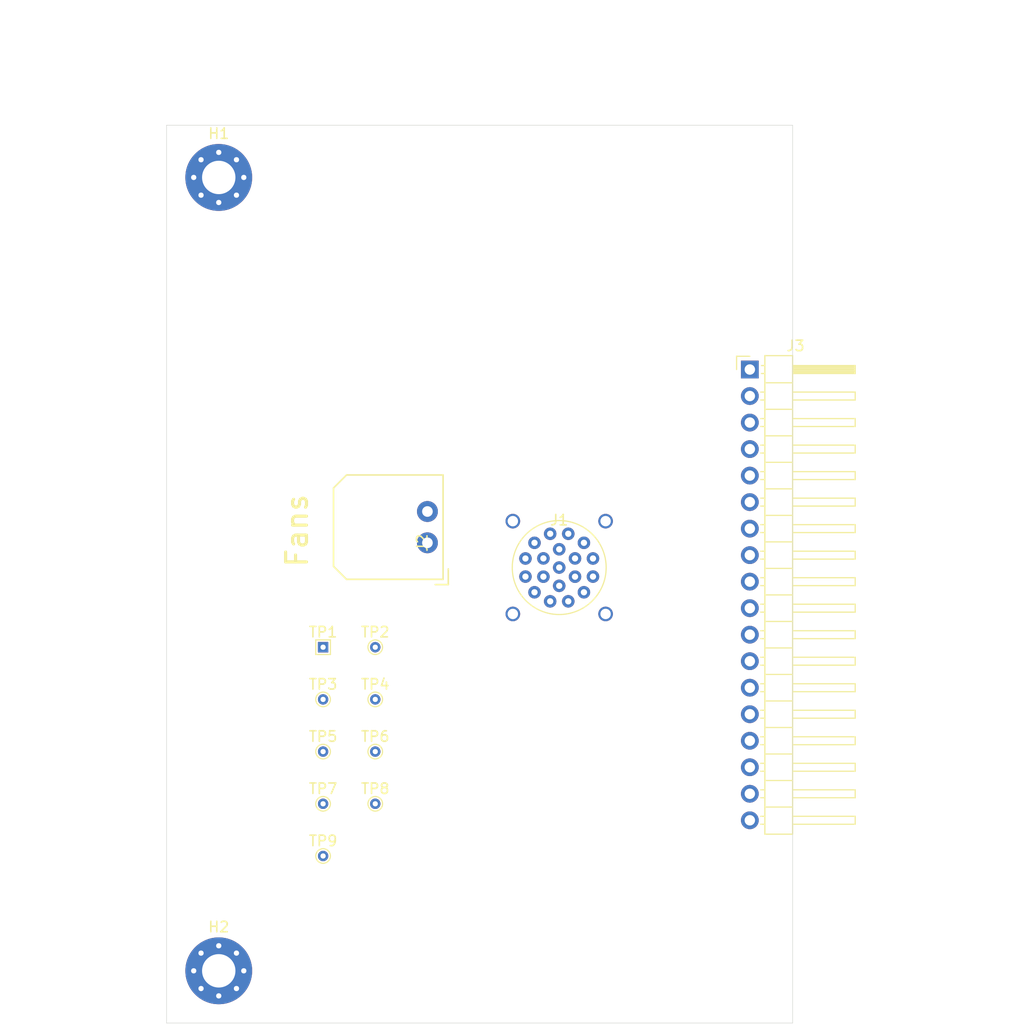
<source format=kicad_pcb>
(kicad_pcb (version 20171130) (host pcbnew "(5.1.6)-1")

  (general
    (thickness 1.6)
    (drawings 12)
    (tracks 0)
    (zones 0)
    (modules 14)
    (nets 20)
  )

  (page A4)
  (layers
    (0 F.Cu signal)
    (31 B.Cu signal)
    (32 B.Adhes user)
    (33 F.Adhes user)
    (34 B.Paste user)
    (35 F.Paste user)
    (36 B.SilkS user)
    (37 F.SilkS user)
    (38 B.Mask user)
    (39 F.Mask user)
    (40 Dwgs.User user)
    (41 Cmts.User user)
    (42 Eco1.User user)
    (43 Eco2.User user)
    (44 Edge.Cuts user)
    (45 Margin user)
    (46 B.CrtYd user)
    (47 F.CrtYd user)
    (48 B.Fab user)
    (49 F.Fab user)
  )

  (setup
    (last_trace_width 0.25)
    (user_trace_width 0.2)
    (user_trace_width 0.5)
    (trace_clearance 0.1)
    (zone_clearance 0.508)
    (zone_45_only no)
    (trace_min 0.2)
    (via_size 0.8)
    (via_drill 0.4)
    (via_min_size 0.4)
    (via_min_drill 0.3)
    (uvia_size 0.3)
    (uvia_drill 0.1)
    (uvias_allowed no)
    (uvia_min_size 0.2)
    (uvia_min_drill 0.1)
    (edge_width 0.05)
    (segment_width 0.2)
    (pcb_text_width 0.3)
    (pcb_text_size 1.5 1.5)
    (mod_edge_width 0.12)
    (mod_text_size 1 1)
    (mod_text_width 0.15)
    (pad_size 1.524 1.524)
    (pad_drill 0.762)
    (pad_to_mask_clearance 0.05)
    (aux_axis_origin 0 0)
    (visible_elements 7FFFFFFF)
    (pcbplotparams
      (layerselection 0x010fc_ffffffff)
      (usegerberextensions false)
      (usegerberattributes true)
      (usegerberadvancedattributes true)
      (creategerberjobfile true)
      (excludeedgelayer true)
      (linewidth 0.100000)
      (plotframeref false)
      (viasonmask false)
      (mode 1)
      (useauxorigin false)
      (hpglpennumber 1)
      (hpglpenspeed 20)
      (hpglpendiameter 15.000000)
      (psnegative false)
      (psa4output false)
      (plotreference true)
      (plotvalue true)
      (plotinvisibletext false)
      (padsonsilk false)
      (subtractmaskfromsilk false)
      (outputformat 1)
      (mirror false)
      (drillshape 1)
      (scaleselection 1)
      (outputdirectory ""))
  )

  (net 0 "")
  (net 1 /+24V)
  (net 2 /SC_BSPD_IMD)
  (net 3 /SC_TSMS_precharge)
  (net 4 /reset)
  (net 5 /CAN1_H)
  (net 6 /CAN1_L)
  (net 7 /CAN2_H)
  (net 8 /CAN2_L)
  (net 9 /SC_AMS_TBD)
  (net 10 /relays_open+)
  (net 11 /relays_open-)
  (net 12 /TS_state_accumulator+)
  (net 13 /TS_state_accumulator-)
  (net 14 /GND)
  (net 15 /AUX1)
  (net 16 /AUX2)
  (net 17 /AUX3)
  (net 18 /supply_fans)
  (net 19 /GND_fans)

  (net_class Default "This is the default net class."
    (clearance 0.1)
    (trace_width 0.25)
    (via_dia 0.8)
    (via_drill 0.4)
    (uvia_dia 0.3)
    (uvia_drill 0.1)
    (add_net /AUX1)
    (add_net /AUX2)
    (add_net /AUX3)
    (add_net /CAN1_H)
    (add_net /CAN1_L)
    (add_net /CAN2_H)
    (add_net /CAN2_L)
    (add_net /GND)
    (add_net /GND_fans)
    (add_net /SC_AMS_TBD)
    (add_net /SC_BSPD_IMD)
    (add_net /SC_TSMS_precharge)
    (add_net /TS_state_accumulator+)
    (add_net /TS_state_accumulator-)
    (add_net /relays_open+)
    (add_net /relays_open-)
    (add_net /reset)
    (add_net /supply_fans)
  )

  (net_class Power ""
    (clearance 0.2)
    (trace_width 0.5)
    (via_dia 0.8)
    (via_drill 0.4)
    (uvia_dia 0.3)
    (uvia_drill 0.1)
    (add_net /+24V)
  )

  (module KTHFS:HEN.2F.319 (layer F.Cu) (tedit 5F60C81C) (tstamp 5F6634CF)
    (at 117.631193 92.368807)
    (path /5F67507C)
    (fp_text reference J1 (at 0 -4.545) (layer F.SilkS)
      (effects (font (size 1 1) (thickness 0.15)))
    )
    (fp_text value Conn_01x19_Male (at 0 4.545) (layer F.Fab)
      (effects (font (size 1 1) (thickness 0.15)))
    )
    (fp_circle (center 0 0) (end 0 4.5) (layer F.Fab) (width 0.1))
    (fp_circle (center 0 0) (end 0 4.5) (layer F.SilkS) (width 0.12))
    (fp_circle (center 0 0) (end 0 4.5) (layer F.CrtYd) (width 0.05))
    (pad 1 thru_hole oval (at 0.867043 -3.235851) (size 1.2 1.2) (drill 0.6) (layers *.Cu *.Mask)
      (net 1 /+24V))
    (pad 2 thru_hole oval (at 2.368807 -2.368807) (size 1.2 1.2) (drill 0.6) (layers *.Cu *.Mask)
      (net 2 /SC_BSPD_IMD))
    (pad 3 thru_hole oval (at 3.235851 -0.867043) (size 1.2 1.2) (drill 0.6) (layers *.Cu *.Mask)
      (net 3 /SC_TSMS_precharge))
    (pad 4 thru_hole oval (at 3.235851 0.867043) (size 1.2 1.2) (drill 0.6) (layers *.Cu *.Mask)
      (net 4 /reset))
    (pad 5 thru_hole oval (at 2.368807 2.368807) (size 1.2 1.2) (drill 0.6) (layers *.Cu *.Mask)
      (net 5 /CAN1_H))
    (pad 6 thru_hole oval (at 0.867043 3.235851) (size 1.2 1.2) (drill 0.6) (layers *.Cu *.Mask)
      (net 6 /CAN1_L))
    (pad 7 thru_hole oval (at -0.867043 3.235851) (size 1.2 1.2) (drill 0.6) (layers *.Cu *.Mask)
      (net 7 /CAN2_H))
    (pad 8 thru_hole oval (at -2.368807 2.368807) (size 1.2 1.2) (drill 0.6) (layers *.Cu *.Mask)
      (net 8 /CAN2_L))
    (pad 9 thru_hole oval (at -3.235851 0.867043) (size 1.2 1.2) (drill 0.6) (layers *.Cu *.Mask)
      (net 9 /SC_AMS_TBD))
    (pad 10 thru_hole oval (at -3.235851 -0.867043) (size 1.2 1.2) (drill 0.6) (layers *.Cu *.Mask)
      (net 10 /relays_open+))
    (pad 11 thru_hole oval (at -2.368807 -2.368807) (size 1.2 1.2) (drill 0.6) (layers *.Cu *.Mask)
      (net 11 /relays_open-))
    (pad 12 thru_hole oval (at -0.867043 -3.235851) (size 1.2 1.2) (drill 0.6) (layers *.Cu *.Mask)
      (net 12 /TS_state_accumulator+))
    (pad 13 thru_hole oval (at 0 -1.75) (size 1.2 1.2) (drill 0.6) (layers *.Cu *.Mask)
      (net 13 /TS_state_accumulator-))
    (pad 14 thru_hole oval (at 1.515544 -0.875) (size 1.2 1.2) (drill 0.6) (layers *.Cu *.Mask)
      (net 15 /AUX1))
    (pad 15 thru_hole oval (at 1.515544 0.874999) (size 1.2 1.2) (drill 0.6) (layers *.Cu *.Mask)
      (net 16 /AUX2))
    (pad 16 thru_hole oval (at 0 1.75) (size 1.2 1.2) (drill 0.6) (layers *.Cu *.Mask)
      (net 17 /AUX3))
    (pad 17 thru_hole oval (at -1.515544 0.875) (size 1.2 1.2) (drill 0.6) (layers *.Cu *.Mask)
      (net 18 /supply_fans))
    (pad 18 thru_hole oval (at -1.515544 -0.875) (size 1.2 1.2) (drill 0.6) (layers *.Cu *.Mask)
      (net 19 /GND_fans))
    (pad 19 thru_hole oval (at 0 0) (size 1.2 1.2) (drill 0.6) (layers *.Cu *.Mask)
      (net 14 /GND))
    (pad "" thru_hole circle (at 4.445 4.445) (size 1.4 1.4) (drill 1) (layers *.Cu *.Mask))
    (pad "" thru_hole circle (at 4.445 -4.445) (size 1.4 1.4) (drill 1) (layers *.Cu *.Mask))
    (pad "" thru_hole circle (at -4.445 4.445) (size 1.4 1.4) (drill 1) (layers *.Cu *.Mask))
    (pad "" thru_hole circle (at -4.445 -4.445) (size 1.4 1.4) (drill 1) (layers *.Cu *.Mask))
    (model ${KICAD_INFRASTRUCTURE}/libraries/3dmodels/HEN.2F.319.stp
      (offset (xyz 0 0 -19.5))
      (scale (xyz 1 1 1))
      (rotate (xyz -0 -90 0))
    )
  )

  (module TestPoint:TestPoint_THTPad_1.0x1.0mm_Drill0.5mm (layer F.Cu) (tedit 5A0F774F) (tstamp 5F6636E6)
    (at 95 100)
    (descr "THT rectangular pad as test Point, square 1.0mm side length, hole diameter 0.5mm")
    (tags "test point THT pad rectangle square")
    (path /5F6C9D35)
    (attr virtual)
    (fp_text reference TP1 (at 0 -1.448) (layer F.SilkS)
      (effects (font (size 1 1) (thickness 0.15)))
    )
    (fp_text value TestPoint (at 0 1.55) (layer F.Fab)
      (effects (font (size 1 1) (thickness 0.15)))
    )
    (fp_line (start -0.7 -0.7) (end 0.7 -0.7) (layer F.SilkS) (width 0.12))
    (fp_line (start 0.7 -0.7) (end 0.7 0.7) (layer F.SilkS) (width 0.12))
    (fp_line (start 0.7 0.7) (end -0.7 0.7) (layer F.SilkS) (width 0.12))
    (fp_line (start -0.7 0.7) (end -0.7 -0.7) (layer F.SilkS) (width 0.12))
    (fp_line (start -1 -1) (end 1 -1) (layer F.CrtYd) (width 0.05))
    (fp_line (start -1 -1) (end -1 1) (layer F.CrtYd) (width 0.05))
    (fp_line (start 1 1) (end 1 -1) (layer F.CrtYd) (width 0.05))
    (fp_line (start 1 1) (end -1 1) (layer F.CrtYd) (width 0.05))
    (fp_text user %R (at 0 -1.45) (layer F.Fab)
      (effects (font (size 1 1) (thickness 0.15)))
    )
    (pad 1 thru_hole rect (at 0 0) (size 1 1) (drill 0.5) (layers *.Cu *.Mask)
      (net 1 /+24V))
  )

  (module TestPoint:TestPoint_THTPad_D1.0mm_Drill0.5mm (layer F.Cu) (tedit 5A0F774F) (tstamp 5F6636EE)
    (at 100 100)
    (descr "THT pad as test Point, diameter 1.0mm, hole diameter 0.5mm")
    (tags "test point THT pad")
    (path /5F6C7D41)
    (attr virtual)
    (fp_text reference TP2 (at 0 -1.448) (layer F.SilkS)
      (effects (font (size 1 1) (thickness 0.15)))
    )
    (fp_text value TestPoint (at 0 -2.9) (layer F.Fab)
      (effects (font (size 1 1) (thickness 0.15)))
    )
    (fp_circle (center 0 0) (end 0 0.7) (layer F.SilkS) (width 0.12))
    (fp_circle (center 0 0) (end 1 0) (layer F.CrtYd) (width 0.05))
    (fp_text user %R (at 0 -1.45) (layer F.Fab)
      (effects (font (size 1 1) (thickness 0.15)))
    )
    (pad 1 thru_hole circle (at 0 0) (size 1 1) (drill 0.5) (layers *.Cu *.Mask)
      (net 15 /AUX1))
  )

  (module TestPoint:TestPoint_THTPad_D1.0mm_Drill0.5mm (layer F.Cu) (tedit 5A0F774F) (tstamp 5F6636F6)
    (at 95 105)
    (descr "THT pad as test Point, diameter 1.0mm, hole diameter 0.5mm")
    (tags "test point THT pad")
    (path /5F6C920D)
    (attr virtual)
    (fp_text reference TP3 (at 0 -1.448) (layer F.SilkS)
      (effects (font (size 1 1) (thickness 0.15)))
    )
    (fp_text value TestPoint (at 0 1.55) (layer F.Fab)
      (effects (font (size 1 1) (thickness 0.15)))
    )
    (fp_circle (center 0 0) (end 1 0) (layer F.CrtYd) (width 0.05))
    (fp_circle (center 0 0) (end 0 0.7) (layer F.SilkS) (width 0.12))
    (fp_text user %R (at 0 -1.45) (layer F.Fab)
      (effects (font (size 1 1) (thickness 0.15)))
    )
    (pad 1 thru_hole circle (at 0 0) (size 1 1) (drill 0.5) (layers *.Cu *.Mask)
      (net 16 /AUX2))
  )

  (module TestPoint:TestPoint_THTPad_D1.0mm_Drill0.5mm (layer F.Cu) (tedit 5A0F774F) (tstamp 5F6636FE)
    (at 100 105)
    (descr "THT pad as test Point, diameter 1.0mm, hole diameter 0.5mm")
    (tags "test point THT pad")
    (path /5F6C96E7)
    (attr virtual)
    (fp_text reference TP4 (at 0 -1.448) (layer F.SilkS)
      (effects (font (size 1 1) (thickness 0.15)))
    )
    (fp_text value TestPoint (at 0 1.55) (layer F.Fab)
      (effects (font (size 1 1) (thickness 0.15)))
    )
    (fp_circle (center 0 0) (end 0 0.7) (layer F.SilkS) (width 0.12))
    (fp_circle (center 0 0) (end 1 0) (layer F.CrtYd) (width 0.05))
    (fp_text user %R (at 0 -1.45) (layer F.Fab)
      (effects (font (size 1 1) (thickness 0.15)))
    )
    (pad 1 thru_hole circle (at 0 0) (size 1 1) (drill 0.5) (layers *.Cu *.Mask)
      (net 17 /AUX3))
  )

  (module TestPoint:TestPoint_THTPad_D1.0mm_Drill0.5mm (layer F.Cu) (tedit 5A0F774F) (tstamp 5F784B4D)
    (at 100 110)
    (descr "THT pad as test Point, diameter 1.0mm, hole diameter 0.5mm")
    (tags "test point THT pad")
    (path /5F6E33EA)
    (attr virtual)
    (fp_text reference TP6 (at 0 -1.448) (layer F.SilkS)
      (effects (font (size 1 1) (thickness 0.15)))
    )
    (fp_text value TestPoint (at 0 1.55) (layer F.Fab)
      (effects (font (size 1 1) (thickness 0.15)))
    )
    (fp_circle (center 0 0) (end 0 0.7) (layer F.SilkS) (width 0.12))
    (fp_circle (center 0 0) (end 1 0) (layer F.CrtYd) (width 0.05))
    (fp_text user %R (at 0 -1.45) (layer F.Fab)
      (effects (font (size 1 1) (thickness 0.15)))
    )
    (pad 1 thru_hole circle (at 0 0) (size 1 1) (drill 0.5) (layers *.Cu *.Mask)
      (net 5 /CAN1_H))
  )

  (module TestPoint:TestPoint_THTPad_D1.0mm_Drill0.5mm (layer F.Cu) (tedit 5A0F774F) (tstamp 5F663716)
    (at 95 115)
    (descr "THT pad as test Point, diameter 1.0mm, hole diameter 0.5mm")
    (tags "test point THT pad")
    (path /5F6E33F0)
    (attr virtual)
    (fp_text reference TP7 (at 0 -1.448) (layer F.SilkS)
      (effects (font (size 1 1) (thickness 0.15)))
    )
    (fp_text value TestPoint (at 0 1.55) (layer F.Fab)
      (effects (font (size 1 1) (thickness 0.15)))
    )
    (fp_circle (center 0 0) (end 1 0) (layer F.CrtYd) (width 0.05))
    (fp_circle (center 0 0) (end 0 0.7) (layer F.SilkS) (width 0.12))
    (fp_text user %R (at 0 -1.45) (layer F.Fab)
      (effects (font (size 1 1) (thickness 0.15)))
    )
    (pad 1 thru_hole circle (at 0 0) (size 1 1) (drill 0.5) (layers *.Cu *.Mask)
      (net 6 /CAN1_L))
  )

  (module TestPoint:TestPoint_THTPad_D1.0mm_Drill0.5mm (layer F.Cu) (tedit 5A0F774F) (tstamp 5F66371E)
    (at 100 115)
    (descr "THT pad as test Point, diameter 1.0mm, hole diameter 0.5mm")
    (tags "test point THT pad")
    (path /5F6E33F6)
    (attr virtual)
    (fp_text reference TP8 (at 0 -1.448) (layer F.SilkS)
      (effects (font (size 1 1) (thickness 0.15)))
    )
    (fp_text value TestPoint (at 0 1.55) (layer F.Fab)
      (effects (font (size 1 1) (thickness 0.15)))
    )
    (fp_circle (center 0 0) (end 1 0) (layer F.CrtYd) (width 0.05))
    (fp_circle (center 0 0) (end 0 0.7) (layer F.SilkS) (width 0.12))
    (fp_text user %R (at 0 -1.45) (layer F.Fab)
      (effects (font (size 1 1) (thickness 0.15)))
    )
    (pad 1 thru_hole circle (at 0 0) (size 1 1) (drill 0.5) (layers *.Cu *.Mask)
      (net 7 /CAN2_H))
  )

  (module TestPoint:TestPoint_THTPad_D1.0mm_Drill0.5mm (layer F.Cu) (tedit 5A0F774F) (tstamp 5F663726)
    (at 95 120)
    (descr "THT pad as test Point, diameter 1.0mm, hole diameter 0.5mm")
    (tags "test point THT pad")
    (path /5F6E33FC)
    (attr virtual)
    (fp_text reference TP9 (at 0 -1.448) (layer F.SilkS)
      (effects (font (size 1 1) (thickness 0.15)))
    )
    (fp_text value TestPoint (at 0 1.55) (layer F.Fab)
      (effects (font (size 1 1) (thickness 0.15)))
    )
    (fp_circle (center 0 0) (end 0 0.7) (layer F.SilkS) (width 0.12))
    (fp_circle (center 0 0) (end 1 0) (layer F.CrtYd) (width 0.05))
    (fp_text user %R (at 0 -1.45) (layer F.Fab)
      (effects (font (size 1 1) (thickness 0.15)))
    )
    (pad 1 thru_hole circle (at 0 0) (size 1 1) (drill 0.5) (layers *.Cu *.Mask)
      (net 8 /CAN2_L))
  )

  (module MountingHole:MountingHole_3.2mm_M3_Pad_Via (layer F.Cu) (tedit 56DDBCCA) (tstamp 5F661D2F)
    (at 85 55)
    (descr "Mounting Hole 3.2mm, M3")
    (tags "mounting hole 3.2mm m3")
    (path /5F682113)
    (attr virtual)
    (fp_text reference H1 (at 0 -4.2) (layer F.SilkS)
      (effects (font (size 1 1) (thickness 0.15)))
    )
    (fp_text value MountingHole_Pad (at 0 4.2) (layer F.Fab)
      (effects (font (size 1 1) (thickness 0.15)))
    )
    (fp_circle (center 0 0) (end 3.2 0) (layer Cmts.User) (width 0.15))
    (fp_circle (center 0 0) (end 3.45 0) (layer F.CrtYd) (width 0.05))
    (fp_text user %R (at 0.3 0) (layer F.Fab)
      (effects (font (size 1 1) (thickness 0.15)))
    )
    (pad 1 thru_hole circle (at 0 0) (size 6.4 6.4) (drill 3.2) (layers *.Cu *.Mask)
      (net 14 /GND))
    (pad 1 thru_hole circle (at 2.4 0) (size 0.8 0.8) (drill 0.5) (layers *.Cu *.Mask)
      (net 14 /GND))
    (pad 1 thru_hole circle (at 1.697056 1.697056) (size 0.8 0.8) (drill 0.5) (layers *.Cu *.Mask)
      (net 14 /GND))
    (pad 1 thru_hole circle (at 0 2.4) (size 0.8 0.8) (drill 0.5) (layers *.Cu *.Mask)
      (net 14 /GND))
    (pad 1 thru_hole circle (at -1.697056 1.697056) (size 0.8 0.8) (drill 0.5) (layers *.Cu *.Mask)
      (net 14 /GND))
    (pad 1 thru_hole circle (at -2.4 0) (size 0.8 0.8) (drill 0.5) (layers *.Cu *.Mask)
      (net 14 /GND))
    (pad 1 thru_hole circle (at -1.697056 -1.697056) (size 0.8 0.8) (drill 0.5) (layers *.Cu *.Mask)
      (net 14 /GND))
    (pad 1 thru_hole circle (at 0 -2.4) (size 0.8 0.8) (drill 0.5) (layers *.Cu *.Mask)
      (net 14 /GND))
    (pad 1 thru_hole circle (at 1.697056 -1.697056) (size 0.8 0.8) (drill 0.5) (layers *.Cu *.Mask)
      (net 14 /GND))
  )

  (module MountingHole:MountingHole_3.2mm_M3_Pad_Via locked (layer F.Cu) (tedit 56DDBCCA) (tstamp 5F661D3F)
    (at 85 131)
    (descr "Mounting Hole 3.2mm, M3")
    (tags "mounting hole 3.2mm m3")
    (path /5F683118)
    (attr virtual)
    (fp_text reference H2 (at 0 -4.2) (layer F.SilkS)
      (effects (font (size 1 1) (thickness 0.15)))
    )
    (fp_text value MountingHole_Pad (at 0 4.2) (layer F.Fab)
      (effects (font (size 1 1) (thickness 0.15)))
    )
    (fp_circle (center 0 0) (end 3.45 0) (layer F.CrtYd) (width 0.05))
    (fp_circle (center 0 0) (end 3.2 0) (layer Cmts.User) (width 0.15))
    (fp_text user %R (at 0.3 0) (layer F.Fab)
      (effects (font (size 1 1) (thickness 0.15)))
    )
    (pad 1 thru_hole circle (at 1.697056 -1.697056) (size 0.8 0.8) (drill 0.5) (layers *.Cu *.Mask)
      (net 14 /GND))
    (pad 1 thru_hole circle (at 0 -2.4) (size 0.8 0.8) (drill 0.5) (layers *.Cu *.Mask)
      (net 14 /GND))
    (pad 1 thru_hole circle (at -1.697056 -1.697056) (size 0.8 0.8) (drill 0.5) (layers *.Cu *.Mask)
      (net 14 /GND))
    (pad 1 thru_hole circle (at -2.4 0) (size 0.8 0.8) (drill 0.5) (layers *.Cu *.Mask)
      (net 14 /GND))
    (pad 1 thru_hole circle (at -1.697056 1.697056) (size 0.8 0.8) (drill 0.5) (layers *.Cu *.Mask)
      (net 14 /GND))
    (pad 1 thru_hole circle (at 0 2.4) (size 0.8 0.8) (drill 0.5) (layers *.Cu *.Mask)
      (net 14 /GND))
    (pad 1 thru_hole circle (at 1.697056 1.697056) (size 0.8 0.8) (drill 0.5) (layers *.Cu *.Mask)
      (net 14 /GND))
    (pad 1 thru_hole circle (at 2.4 0) (size 0.8 0.8) (drill 0.5) (layers *.Cu *.Mask)
      (net 14 /GND))
    (pad 1 thru_hole circle (at 0 0) (size 6.4 6.4) (drill 3.2) (layers *.Cu *.Mask)
      (net 14 /GND))
  )

  (module TestPoint:TestPoint_THTPad_D1.0mm_Drill0.5mm (layer F.Cu) (tedit 5A0F774F) (tstamp 5F6B4C7A)
    (at 95 110)
    (descr "THT pad as test Point, diameter 1.0mm, hole diameter 0.5mm")
    (tags "test point THT pad")
    (path /5F6C3917)
    (attr virtual)
    (fp_text reference TP5 (at 0 -1.448) (layer F.SilkS)
      (effects (font (size 1 1) (thickness 0.15)))
    )
    (fp_text value TestPoint (at 0 1.55) (layer F.Fab)
      (effects (font (size 1 1) (thickness 0.15)))
    )
    (fp_circle (center 0 0) (end 1 0) (layer F.CrtYd) (width 0.05))
    (fp_circle (center 0 0) (end 0 0.7) (layer F.SilkS) (width 0.12))
    (fp_text user %R (at 0 -1.45) (layer F.Fab)
      (effects (font (size 1 1) (thickness 0.15)))
    )
    (pad 1 thru_hole circle (at 0 0) (size 1 1) (drill 0.5) (layers *.Cu *.Mask)
      (net 14 /GND))
  )

  (module Connector_PinHeader_2.54mm:PinHeader_1x18_P2.54mm_Horizontal (layer F.Cu) (tedit 59FED5CB) (tstamp 5F79D217)
    (at 135.9 73.4)
    (descr "Through hole angled pin header, 1x18, 2.54mm pitch, 6mm pin length, single row")
    (tags "Through hole angled pin header THT 1x18 2.54mm single row")
    (path /5F780729)
    (fp_text reference J3 (at 4.385 -2.27) (layer F.SilkS)
      (effects (font (size 1 1) (thickness 0.15)))
    )
    (fp_text value Conn_01x18_Male (at 4.385 45.45) (layer F.Fab)
      (effects (font (size 1 1) (thickness 0.15)))
    )
    (fp_line (start 2.135 -1.27) (end 4.04 -1.27) (layer F.Fab) (width 0.1))
    (fp_line (start 4.04 -1.27) (end 4.04 44.45) (layer F.Fab) (width 0.1))
    (fp_line (start 4.04 44.45) (end 1.5 44.45) (layer F.Fab) (width 0.1))
    (fp_line (start 1.5 44.45) (end 1.5 -0.635) (layer F.Fab) (width 0.1))
    (fp_line (start 1.5 -0.635) (end 2.135 -1.27) (layer F.Fab) (width 0.1))
    (fp_line (start -0.32 -0.32) (end 1.5 -0.32) (layer F.Fab) (width 0.1))
    (fp_line (start -0.32 -0.32) (end -0.32 0.32) (layer F.Fab) (width 0.1))
    (fp_line (start -0.32 0.32) (end 1.5 0.32) (layer F.Fab) (width 0.1))
    (fp_line (start 4.04 -0.32) (end 10.04 -0.32) (layer F.Fab) (width 0.1))
    (fp_line (start 10.04 -0.32) (end 10.04 0.32) (layer F.Fab) (width 0.1))
    (fp_line (start 4.04 0.32) (end 10.04 0.32) (layer F.Fab) (width 0.1))
    (fp_line (start -0.32 2.22) (end 1.5 2.22) (layer F.Fab) (width 0.1))
    (fp_line (start -0.32 2.22) (end -0.32 2.86) (layer F.Fab) (width 0.1))
    (fp_line (start -0.32 2.86) (end 1.5 2.86) (layer F.Fab) (width 0.1))
    (fp_line (start 4.04 2.22) (end 10.04 2.22) (layer F.Fab) (width 0.1))
    (fp_line (start 10.04 2.22) (end 10.04 2.86) (layer F.Fab) (width 0.1))
    (fp_line (start 4.04 2.86) (end 10.04 2.86) (layer F.Fab) (width 0.1))
    (fp_line (start -0.32 4.76) (end 1.5 4.76) (layer F.Fab) (width 0.1))
    (fp_line (start -0.32 4.76) (end -0.32 5.4) (layer F.Fab) (width 0.1))
    (fp_line (start -0.32 5.4) (end 1.5 5.4) (layer F.Fab) (width 0.1))
    (fp_line (start 4.04 4.76) (end 10.04 4.76) (layer F.Fab) (width 0.1))
    (fp_line (start 10.04 4.76) (end 10.04 5.4) (layer F.Fab) (width 0.1))
    (fp_line (start 4.04 5.4) (end 10.04 5.4) (layer F.Fab) (width 0.1))
    (fp_line (start -0.32 7.3) (end 1.5 7.3) (layer F.Fab) (width 0.1))
    (fp_line (start -0.32 7.3) (end -0.32 7.94) (layer F.Fab) (width 0.1))
    (fp_line (start -0.32 7.94) (end 1.5 7.94) (layer F.Fab) (width 0.1))
    (fp_line (start 4.04 7.3) (end 10.04 7.3) (layer F.Fab) (width 0.1))
    (fp_line (start 10.04 7.3) (end 10.04 7.94) (layer F.Fab) (width 0.1))
    (fp_line (start 4.04 7.94) (end 10.04 7.94) (layer F.Fab) (width 0.1))
    (fp_line (start -0.32 9.84) (end 1.5 9.84) (layer F.Fab) (width 0.1))
    (fp_line (start -0.32 9.84) (end -0.32 10.48) (layer F.Fab) (width 0.1))
    (fp_line (start -0.32 10.48) (end 1.5 10.48) (layer F.Fab) (width 0.1))
    (fp_line (start 4.04 9.84) (end 10.04 9.84) (layer F.Fab) (width 0.1))
    (fp_line (start 10.04 9.84) (end 10.04 10.48) (layer F.Fab) (width 0.1))
    (fp_line (start 4.04 10.48) (end 10.04 10.48) (layer F.Fab) (width 0.1))
    (fp_line (start -0.32 12.38) (end 1.5 12.38) (layer F.Fab) (width 0.1))
    (fp_line (start -0.32 12.38) (end -0.32 13.02) (layer F.Fab) (width 0.1))
    (fp_line (start -0.32 13.02) (end 1.5 13.02) (layer F.Fab) (width 0.1))
    (fp_line (start 4.04 12.38) (end 10.04 12.38) (layer F.Fab) (width 0.1))
    (fp_line (start 10.04 12.38) (end 10.04 13.02) (layer F.Fab) (width 0.1))
    (fp_line (start 4.04 13.02) (end 10.04 13.02) (layer F.Fab) (width 0.1))
    (fp_line (start -0.32 14.92) (end 1.5 14.92) (layer F.Fab) (width 0.1))
    (fp_line (start -0.32 14.92) (end -0.32 15.56) (layer F.Fab) (width 0.1))
    (fp_line (start -0.32 15.56) (end 1.5 15.56) (layer F.Fab) (width 0.1))
    (fp_line (start 4.04 14.92) (end 10.04 14.92) (layer F.Fab) (width 0.1))
    (fp_line (start 10.04 14.92) (end 10.04 15.56) (layer F.Fab) (width 0.1))
    (fp_line (start 4.04 15.56) (end 10.04 15.56) (layer F.Fab) (width 0.1))
    (fp_line (start -0.32 17.46) (end 1.5 17.46) (layer F.Fab) (width 0.1))
    (fp_line (start -0.32 17.46) (end -0.32 18.1) (layer F.Fab) (width 0.1))
    (fp_line (start -0.32 18.1) (end 1.5 18.1) (layer F.Fab) (width 0.1))
    (fp_line (start 4.04 17.46) (end 10.04 17.46) (layer F.Fab) (width 0.1))
    (fp_line (start 10.04 17.46) (end 10.04 18.1) (layer F.Fab) (width 0.1))
    (fp_line (start 4.04 18.1) (end 10.04 18.1) (layer F.Fab) (width 0.1))
    (fp_line (start -0.32 20) (end 1.5 20) (layer F.Fab) (width 0.1))
    (fp_line (start -0.32 20) (end -0.32 20.64) (layer F.Fab) (width 0.1))
    (fp_line (start -0.32 20.64) (end 1.5 20.64) (layer F.Fab) (width 0.1))
    (fp_line (start 4.04 20) (end 10.04 20) (layer F.Fab) (width 0.1))
    (fp_line (start 10.04 20) (end 10.04 20.64) (layer F.Fab) (width 0.1))
    (fp_line (start 4.04 20.64) (end 10.04 20.64) (layer F.Fab) (width 0.1))
    (fp_line (start -0.32 22.54) (end 1.5 22.54) (layer F.Fab) (width 0.1))
    (fp_line (start -0.32 22.54) (end -0.32 23.18) (layer F.Fab) (width 0.1))
    (fp_line (start -0.32 23.18) (end 1.5 23.18) (layer F.Fab) (width 0.1))
    (fp_line (start 4.04 22.54) (end 10.04 22.54) (layer F.Fab) (width 0.1))
    (fp_line (start 10.04 22.54) (end 10.04 23.18) (layer F.Fab) (width 0.1))
    (fp_line (start 4.04 23.18) (end 10.04 23.18) (layer F.Fab) (width 0.1))
    (fp_line (start -0.32 25.08) (end 1.5 25.08) (layer F.Fab) (width 0.1))
    (fp_line (start -0.32 25.08) (end -0.32 25.72) (layer F.Fab) (width 0.1))
    (fp_line (start -0.32 25.72) (end 1.5 25.72) (layer F.Fab) (width 0.1))
    (fp_line (start 4.04 25.08) (end 10.04 25.08) (layer F.Fab) (width 0.1))
    (fp_line (start 10.04 25.08) (end 10.04 25.72) (layer F.Fab) (width 0.1))
    (fp_line (start 4.04 25.72) (end 10.04 25.72) (layer F.Fab) (width 0.1))
    (fp_line (start -0.32 27.62) (end 1.5 27.62) (layer F.Fab) (width 0.1))
    (fp_line (start -0.32 27.62) (end -0.32 28.26) (layer F.Fab) (width 0.1))
    (fp_line (start -0.32 28.26) (end 1.5 28.26) (layer F.Fab) (width 0.1))
    (fp_line (start 4.04 27.62) (end 10.04 27.62) (layer F.Fab) (width 0.1))
    (fp_line (start 10.04 27.62) (end 10.04 28.26) (layer F.Fab) (width 0.1))
    (fp_line (start 4.04 28.26) (end 10.04 28.26) (layer F.Fab) (width 0.1))
    (fp_line (start -0.32 30.16) (end 1.5 30.16) (layer F.Fab) (width 0.1))
    (fp_line (start -0.32 30.16) (end -0.32 30.8) (layer F.Fab) (width 0.1))
    (fp_line (start -0.32 30.8) (end 1.5 30.8) (layer F.Fab) (width 0.1))
    (fp_line (start 4.04 30.16) (end 10.04 30.16) (layer F.Fab) (width 0.1))
    (fp_line (start 10.04 30.16) (end 10.04 30.8) (layer F.Fab) (width 0.1))
    (fp_line (start 4.04 30.8) (end 10.04 30.8) (layer F.Fab) (width 0.1))
    (fp_line (start -0.32 32.7) (end 1.5 32.7) (layer F.Fab) (width 0.1))
    (fp_line (start -0.32 32.7) (end -0.32 33.34) (layer F.Fab) (width 0.1))
    (fp_line (start -0.32 33.34) (end 1.5 33.34) (layer F.Fab) (width 0.1))
    (fp_line (start 4.04 32.7) (end 10.04 32.7) (layer F.Fab) (width 0.1))
    (fp_line (start 10.04 32.7) (end 10.04 33.34) (layer F.Fab) (width 0.1))
    (fp_line (start 4.04 33.34) (end 10.04 33.34) (layer F.Fab) (width 0.1))
    (fp_line (start -0.32 35.24) (end 1.5 35.24) (layer F.Fab) (width 0.1))
    (fp_line (start -0.32 35.24) (end -0.32 35.88) (layer F.Fab) (width 0.1))
    (fp_line (start -0.32 35.88) (end 1.5 35.88) (layer F.Fab) (width 0.1))
    (fp_line (start 4.04 35.24) (end 10.04 35.24) (layer F.Fab) (width 0.1))
    (fp_line (start 10.04 35.24) (end 10.04 35.88) (layer F.Fab) (width 0.1))
    (fp_line (start 4.04 35.88) (end 10.04 35.88) (layer F.Fab) (width 0.1))
    (fp_line (start -0.32 37.78) (end 1.5 37.78) (layer F.Fab) (width 0.1))
    (fp_line (start -0.32 37.78) (end -0.32 38.42) (layer F.Fab) (width 0.1))
    (fp_line (start -0.32 38.42) (end 1.5 38.42) (layer F.Fab) (width 0.1))
    (fp_line (start 4.04 37.78) (end 10.04 37.78) (layer F.Fab) (width 0.1))
    (fp_line (start 10.04 37.78) (end 10.04 38.42) (layer F.Fab) (width 0.1))
    (fp_line (start 4.04 38.42) (end 10.04 38.42) (layer F.Fab) (width 0.1))
    (fp_line (start -0.32 40.32) (end 1.5 40.32) (layer F.Fab) (width 0.1))
    (fp_line (start -0.32 40.32) (end -0.32 40.96) (layer F.Fab) (width 0.1))
    (fp_line (start -0.32 40.96) (end 1.5 40.96) (layer F.Fab) (width 0.1))
    (fp_line (start 4.04 40.32) (end 10.04 40.32) (layer F.Fab) (width 0.1))
    (fp_line (start 10.04 40.32) (end 10.04 40.96) (layer F.Fab) (width 0.1))
    (fp_line (start 4.04 40.96) (end 10.04 40.96) (layer F.Fab) (width 0.1))
    (fp_line (start -0.32 42.86) (end 1.5 42.86) (layer F.Fab) (width 0.1))
    (fp_line (start -0.32 42.86) (end -0.32 43.5) (layer F.Fab) (width 0.1))
    (fp_line (start -0.32 43.5) (end 1.5 43.5) (layer F.Fab) (width 0.1))
    (fp_line (start 4.04 42.86) (end 10.04 42.86) (layer F.Fab) (width 0.1))
    (fp_line (start 10.04 42.86) (end 10.04 43.5) (layer F.Fab) (width 0.1))
    (fp_line (start 4.04 43.5) (end 10.04 43.5) (layer F.Fab) (width 0.1))
    (fp_line (start 1.44 -1.33) (end 1.44 44.51) (layer F.SilkS) (width 0.12))
    (fp_line (start 1.44 44.51) (end 4.1 44.51) (layer F.SilkS) (width 0.12))
    (fp_line (start 4.1 44.51) (end 4.1 -1.33) (layer F.SilkS) (width 0.12))
    (fp_line (start 4.1 -1.33) (end 1.44 -1.33) (layer F.SilkS) (width 0.12))
    (fp_line (start 4.1 -0.38) (end 10.1 -0.38) (layer F.SilkS) (width 0.12))
    (fp_line (start 10.1 -0.38) (end 10.1 0.38) (layer F.SilkS) (width 0.12))
    (fp_line (start 10.1 0.38) (end 4.1 0.38) (layer F.SilkS) (width 0.12))
    (fp_line (start 4.1 -0.32) (end 10.1 -0.32) (layer F.SilkS) (width 0.12))
    (fp_line (start 4.1 -0.2) (end 10.1 -0.2) (layer F.SilkS) (width 0.12))
    (fp_line (start 4.1 -0.08) (end 10.1 -0.08) (layer F.SilkS) (width 0.12))
    (fp_line (start 4.1 0.04) (end 10.1 0.04) (layer F.SilkS) (width 0.12))
    (fp_line (start 4.1 0.16) (end 10.1 0.16) (layer F.SilkS) (width 0.12))
    (fp_line (start 4.1 0.28) (end 10.1 0.28) (layer F.SilkS) (width 0.12))
    (fp_line (start 1.11 -0.38) (end 1.44 -0.38) (layer F.SilkS) (width 0.12))
    (fp_line (start 1.11 0.38) (end 1.44 0.38) (layer F.SilkS) (width 0.12))
    (fp_line (start 1.44 1.27) (end 4.1 1.27) (layer F.SilkS) (width 0.12))
    (fp_line (start 4.1 2.16) (end 10.1 2.16) (layer F.SilkS) (width 0.12))
    (fp_line (start 10.1 2.16) (end 10.1 2.92) (layer F.SilkS) (width 0.12))
    (fp_line (start 10.1 2.92) (end 4.1 2.92) (layer F.SilkS) (width 0.12))
    (fp_line (start 1.042929 2.16) (end 1.44 2.16) (layer F.SilkS) (width 0.12))
    (fp_line (start 1.042929 2.92) (end 1.44 2.92) (layer F.SilkS) (width 0.12))
    (fp_line (start 1.44 3.81) (end 4.1 3.81) (layer F.SilkS) (width 0.12))
    (fp_line (start 4.1 4.7) (end 10.1 4.7) (layer F.SilkS) (width 0.12))
    (fp_line (start 10.1 4.7) (end 10.1 5.46) (layer F.SilkS) (width 0.12))
    (fp_line (start 10.1 5.46) (end 4.1 5.46) (layer F.SilkS) (width 0.12))
    (fp_line (start 1.042929 4.7) (end 1.44 4.7) (layer F.SilkS) (width 0.12))
    (fp_line (start 1.042929 5.46) (end 1.44 5.46) (layer F.SilkS) (width 0.12))
    (fp_line (start 1.44 6.35) (end 4.1 6.35) (layer F.SilkS) (width 0.12))
    (fp_line (start 4.1 7.24) (end 10.1 7.24) (layer F.SilkS) (width 0.12))
    (fp_line (start 10.1 7.24) (end 10.1 8) (layer F.SilkS) (width 0.12))
    (fp_line (start 10.1 8) (end 4.1 8) (layer F.SilkS) (width 0.12))
    (fp_line (start 1.042929 7.24) (end 1.44 7.24) (layer F.SilkS) (width 0.12))
    (fp_line (start 1.042929 8) (end 1.44 8) (layer F.SilkS) (width 0.12))
    (fp_line (start 1.44 8.89) (end 4.1 8.89) (layer F.SilkS) (width 0.12))
    (fp_line (start 4.1 9.78) (end 10.1 9.78) (layer F.SilkS) (width 0.12))
    (fp_line (start 10.1 9.78) (end 10.1 10.54) (layer F.SilkS) (width 0.12))
    (fp_line (start 10.1 10.54) (end 4.1 10.54) (layer F.SilkS) (width 0.12))
    (fp_line (start 1.042929 9.78) (end 1.44 9.78) (layer F.SilkS) (width 0.12))
    (fp_line (start 1.042929 10.54) (end 1.44 10.54) (layer F.SilkS) (width 0.12))
    (fp_line (start 1.44 11.43) (end 4.1 11.43) (layer F.SilkS) (width 0.12))
    (fp_line (start 4.1 12.32) (end 10.1 12.32) (layer F.SilkS) (width 0.12))
    (fp_line (start 10.1 12.32) (end 10.1 13.08) (layer F.SilkS) (width 0.12))
    (fp_line (start 10.1 13.08) (end 4.1 13.08) (layer F.SilkS) (width 0.12))
    (fp_line (start 1.042929 12.32) (end 1.44 12.32) (layer F.SilkS) (width 0.12))
    (fp_line (start 1.042929 13.08) (end 1.44 13.08) (layer F.SilkS) (width 0.12))
    (fp_line (start 1.44 13.97) (end 4.1 13.97) (layer F.SilkS) (width 0.12))
    (fp_line (start 4.1 14.86) (end 10.1 14.86) (layer F.SilkS) (width 0.12))
    (fp_line (start 10.1 14.86) (end 10.1 15.62) (layer F.SilkS) (width 0.12))
    (fp_line (start 10.1 15.62) (end 4.1 15.62) (layer F.SilkS) (width 0.12))
    (fp_line (start 1.042929 14.86) (end 1.44 14.86) (layer F.SilkS) (width 0.12))
    (fp_line (start 1.042929 15.62) (end 1.44 15.62) (layer F.SilkS) (width 0.12))
    (fp_line (start 1.44 16.51) (end 4.1 16.51) (layer F.SilkS) (width 0.12))
    (fp_line (start 4.1 17.4) (end 10.1 17.4) (layer F.SilkS) (width 0.12))
    (fp_line (start 10.1 17.4) (end 10.1 18.16) (layer F.SilkS) (width 0.12))
    (fp_line (start 10.1 18.16) (end 4.1 18.16) (layer F.SilkS) (width 0.12))
    (fp_line (start 1.042929 17.4) (end 1.44 17.4) (layer F.SilkS) (width 0.12))
    (fp_line (start 1.042929 18.16) (end 1.44 18.16) (layer F.SilkS) (width 0.12))
    (fp_line (start 1.44 19.05) (end 4.1 19.05) (layer F.SilkS) (width 0.12))
    (fp_line (start 4.1 19.94) (end 10.1 19.94) (layer F.SilkS) (width 0.12))
    (fp_line (start 10.1 19.94) (end 10.1 20.7) (layer F.SilkS) (width 0.12))
    (fp_line (start 10.1 20.7) (end 4.1 20.7) (layer F.SilkS) (width 0.12))
    (fp_line (start 1.042929 19.94) (end 1.44 19.94) (layer F.SilkS) (width 0.12))
    (fp_line (start 1.042929 20.7) (end 1.44 20.7) (layer F.SilkS) (width 0.12))
    (fp_line (start 1.44 21.59) (end 4.1 21.59) (layer F.SilkS) (width 0.12))
    (fp_line (start 4.1 22.48) (end 10.1 22.48) (layer F.SilkS) (width 0.12))
    (fp_line (start 10.1 22.48) (end 10.1 23.24) (layer F.SilkS) (width 0.12))
    (fp_line (start 10.1 23.24) (end 4.1 23.24) (layer F.SilkS) (width 0.12))
    (fp_line (start 1.042929 22.48) (end 1.44 22.48) (layer F.SilkS) (width 0.12))
    (fp_line (start 1.042929 23.24) (end 1.44 23.24) (layer F.SilkS) (width 0.12))
    (fp_line (start 1.44 24.13) (end 4.1 24.13) (layer F.SilkS) (width 0.12))
    (fp_line (start 4.1 25.02) (end 10.1 25.02) (layer F.SilkS) (width 0.12))
    (fp_line (start 10.1 25.02) (end 10.1 25.78) (layer F.SilkS) (width 0.12))
    (fp_line (start 10.1 25.78) (end 4.1 25.78) (layer F.SilkS) (width 0.12))
    (fp_line (start 1.042929 25.02) (end 1.44 25.02) (layer F.SilkS) (width 0.12))
    (fp_line (start 1.042929 25.78) (end 1.44 25.78) (layer F.SilkS) (width 0.12))
    (fp_line (start 1.44 26.67) (end 4.1 26.67) (layer F.SilkS) (width 0.12))
    (fp_line (start 4.1 27.56) (end 10.1 27.56) (layer F.SilkS) (width 0.12))
    (fp_line (start 10.1 27.56) (end 10.1 28.32) (layer F.SilkS) (width 0.12))
    (fp_line (start 10.1 28.32) (end 4.1 28.32) (layer F.SilkS) (width 0.12))
    (fp_line (start 1.042929 27.56) (end 1.44 27.56) (layer F.SilkS) (width 0.12))
    (fp_line (start 1.042929 28.32) (end 1.44 28.32) (layer F.SilkS) (width 0.12))
    (fp_line (start 1.44 29.21) (end 4.1 29.21) (layer F.SilkS) (width 0.12))
    (fp_line (start 4.1 30.1) (end 10.1 30.1) (layer F.SilkS) (width 0.12))
    (fp_line (start 10.1 30.1) (end 10.1 30.86) (layer F.SilkS) (width 0.12))
    (fp_line (start 10.1 30.86) (end 4.1 30.86) (layer F.SilkS) (width 0.12))
    (fp_line (start 1.042929 30.1) (end 1.44 30.1) (layer F.SilkS) (width 0.12))
    (fp_line (start 1.042929 30.86) (end 1.44 30.86) (layer F.SilkS) (width 0.12))
    (fp_line (start 1.44 31.75) (end 4.1 31.75) (layer F.SilkS) (width 0.12))
    (fp_line (start 4.1 32.64) (end 10.1 32.64) (layer F.SilkS) (width 0.12))
    (fp_line (start 10.1 32.64) (end 10.1 33.4) (layer F.SilkS) (width 0.12))
    (fp_line (start 10.1 33.4) (end 4.1 33.4) (layer F.SilkS) (width 0.12))
    (fp_line (start 1.042929 32.64) (end 1.44 32.64) (layer F.SilkS) (width 0.12))
    (fp_line (start 1.042929 33.4) (end 1.44 33.4) (layer F.SilkS) (width 0.12))
    (fp_line (start 1.44 34.29) (end 4.1 34.29) (layer F.SilkS) (width 0.12))
    (fp_line (start 4.1 35.18) (end 10.1 35.18) (layer F.SilkS) (width 0.12))
    (fp_line (start 10.1 35.18) (end 10.1 35.94) (layer F.SilkS) (width 0.12))
    (fp_line (start 10.1 35.94) (end 4.1 35.94) (layer F.SilkS) (width 0.12))
    (fp_line (start 1.042929 35.18) (end 1.44 35.18) (layer F.SilkS) (width 0.12))
    (fp_line (start 1.042929 35.94) (end 1.44 35.94) (layer F.SilkS) (width 0.12))
    (fp_line (start 1.44 36.83) (end 4.1 36.83) (layer F.SilkS) (width 0.12))
    (fp_line (start 4.1 37.72) (end 10.1 37.72) (layer F.SilkS) (width 0.12))
    (fp_line (start 10.1 37.72) (end 10.1 38.48) (layer F.SilkS) (width 0.12))
    (fp_line (start 10.1 38.48) (end 4.1 38.48) (layer F.SilkS) (width 0.12))
    (fp_line (start 1.042929 37.72) (end 1.44 37.72) (layer F.SilkS) (width 0.12))
    (fp_line (start 1.042929 38.48) (end 1.44 38.48) (layer F.SilkS) (width 0.12))
    (fp_line (start 1.44 39.37) (end 4.1 39.37) (layer F.SilkS) (width 0.12))
    (fp_line (start 4.1 40.26) (end 10.1 40.26) (layer F.SilkS) (width 0.12))
    (fp_line (start 10.1 40.26) (end 10.1 41.02) (layer F.SilkS) (width 0.12))
    (fp_line (start 10.1 41.02) (end 4.1 41.02) (layer F.SilkS) (width 0.12))
    (fp_line (start 1.042929 40.26) (end 1.44 40.26) (layer F.SilkS) (width 0.12))
    (fp_line (start 1.042929 41.02) (end 1.44 41.02) (layer F.SilkS) (width 0.12))
    (fp_line (start 1.44 41.91) (end 4.1 41.91) (layer F.SilkS) (width 0.12))
    (fp_line (start 4.1 42.8) (end 10.1 42.8) (layer F.SilkS) (width 0.12))
    (fp_line (start 10.1 42.8) (end 10.1 43.56) (layer F.SilkS) (width 0.12))
    (fp_line (start 10.1 43.56) (end 4.1 43.56) (layer F.SilkS) (width 0.12))
    (fp_line (start 1.042929 42.8) (end 1.44 42.8) (layer F.SilkS) (width 0.12))
    (fp_line (start 1.042929 43.56) (end 1.44 43.56) (layer F.SilkS) (width 0.12))
    (fp_line (start -1.27 0) (end -1.27 -1.27) (layer F.SilkS) (width 0.12))
    (fp_line (start -1.27 -1.27) (end 0 -1.27) (layer F.SilkS) (width 0.12))
    (fp_line (start -1.8 -1.8) (end -1.8 44.95) (layer F.CrtYd) (width 0.05))
    (fp_line (start -1.8 44.95) (end 10.55 44.95) (layer F.CrtYd) (width 0.05))
    (fp_line (start 10.55 44.95) (end 10.55 -1.8) (layer F.CrtYd) (width 0.05))
    (fp_line (start 10.55 -1.8) (end -1.8 -1.8) (layer F.CrtYd) (width 0.05))
    (fp_text user %R (at 2.77 21.59 90) (layer F.Fab)
      (effects (font (size 1 1) (thickness 0.15)))
    )
    (pad 1 thru_hole rect (at 0 0) (size 1.7 1.7) (drill 1) (layers *.Cu *.Mask)
      (net 1 /+24V))
    (pad 2 thru_hole oval (at 0 2.54) (size 1.7 1.7) (drill 1) (layers *.Cu *.Mask)
      (net 2 /SC_BSPD_IMD))
    (pad 3 thru_hole oval (at 0 5.08) (size 1.7 1.7) (drill 1) (layers *.Cu *.Mask)
      (net 3 /SC_TSMS_precharge))
    (pad 4 thru_hole oval (at 0 7.62) (size 1.7 1.7) (drill 1) (layers *.Cu *.Mask)
      (net 4 /reset))
    (pad 5 thru_hole oval (at 0 10.16) (size 1.7 1.7) (drill 1) (layers *.Cu *.Mask)
      (net 5 /CAN1_H))
    (pad 6 thru_hole oval (at 0 12.7) (size 1.7 1.7) (drill 1) (layers *.Cu *.Mask)
      (net 6 /CAN1_L))
    (pad 7 thru_hole oval (at 0 15.24) (size 1.7 1.7) (drill 1) (layers *.Cu *.Mask)
      (net 7 /CAN2_H))
    (pad 8 thru_hole oval (at 0 17.78) (size 1.7 1.7) (drill 1) (layers *.Cu *.Mask)
      (net 8 /CAN2_L))
    (pad 9 thru_hole oval (at 0 20.32) (size 1.7 1.7) (drill 1) (layers *.Cu *.Mask)
      (net 9 /SC_AMS_TBD))
    (pad 10 thru_hole oval (at 0 22.86) (size 1.7 1.7) (drill 1) (layers *.Cu *.Mask)
      (net 10 /relays_open+))
    (pad 11 thru_hole oval (at 0 25.4) (size 1.7 1.7) (drill 1) (layers *.Cu *.Mask)
      (net 11 /relays_open-))
    (pad 12 thru_hole oval (at 0 27.94) (size 1.7 1.7) (drill 1) (layers *.Cu *.Mask)
      (net 12 /TS_state_accumulator+))
    (pad 13 thru_hole oval (at 0 30.48) (size 1.7 1.7) (drill 1) (layers *.Cu *.Mask)
      (net 13 /TS_state_accumulator-))
    (pad 14 thru_hole oval (at 0 33.02) (size 1.7 1.7) (drill 1) (layers *.Cu *.Mask)
      (net 15 /AUX1))
    (pad 15 thru_hole oval (at 0 35.56) (size 1.7 1.7) (drill 1) (layers *.Cu *.Mask))
    (pad 16 thru_hole oval (at 0 38.1) (size 1.7 1.7) (drill 1) (layers *.Cu *.Mask)
      (net 18 /supply_fans))
    (pad 17 thru_hole oval (at 0 40.64) (size 1.7 1.7) (drill 1) (layers *.Cu *.Mask)
      (net 19 /GND_fans))
    (pad 18 thru_hole oval (at 0 43.18) (size 1.7 1.7) (drill 1) (layers *.Cu *.Mask)
      (net 14 /GND))
    (model ${KISYS3DMOD}/Connector_PinHeader_2.54mm.3dshapes/PinHeader_1x18_P2.54mm_Horizontal.wrl
      (at (xyz 0 0 0))
      (scale (xyz 1 1 1))
      (rotate (xyz 0 0 0))
    )
  )

  (module KTHFS:Wurth-MPC3_angle_2 (layer F.Cu) (tedit 5D9A6CA2) (tstamp 5F784E80)
    (at 105 90 270)
    (path /5F75E23D)
    (fp_text reference J2 (at 0 0.5 90) (layer F.SilkS)
      (effects (font (size 1 1) (thickness 0.15)))
    )
    (fp_text value Conn_01x02_Male (at 0 -0.5 90) (layer F.Fab)
      (effects (font (size 1 1) (thickness 0.15)))
    )
    (fp_line (start 4 -2) (end 4 -0.75) (layer F.SilkS) (width 0.15))
    (fp_line (start 2.5 -2) (end 4 -2) (layer F.SilkS) (width 0.15))
    (fp_line (start 2.25 9) (end -5.25 9) (layer F.SilkS) (width 0.15))
    (fp_line (start 3.5 7.75) (end 2.25 9) (layer F.SilkS) (width 0.15))
    (fp_line (start 3.5 -1.5) (end -6.5 -1.5) (layer F.SilkS) (width 0.15))
    (fp_line (start 3.5 -1.5) (end 3.5 7.75) (layer F.SilkS) (width 0.15))
    (fp_line (start -5.25 9) (end -6.5 7.75) (layer F.SilkS) (width 0.15))
    (fp_line (start -6.5 7.75) (end -6.5 -1.5) (layer F.SilkS) (width 0.15))
    (pad "" np_thru_hole circle (at -1.5 4.32 270) (size 3 3) (drill 3) (layers *.Cu *.Mask))
    (pad 2 thru_hole circle (at -3 0 270) (size 2 2) (drill 1.02) (layers *.Cu *.Mask)
      (net 19 /GND_fans))
    (pad 1 thru_hole circle (at 0 0 270) (size 2 2) (drill 1.02) (layers *.Cu *.Mask)
      (net 18 /supply_fans))
    (model ${KICAD_INFRASTRUCTURE}/libraries/3dmodels/Wurth-MPC3_angle_2.stp
      (offset (xyz -1.5 -4 2))
      (scale (xyz 1 1 1))
      (rotate (xyz 0 0 0))
    )
  )

  (dimension 55 (width 0.15) (layer Dwgs.User)
    (gr_text "55.000 mm" (at 112.5 43.7) (layer Dwgs.User)
      (effects (font (size 1 1) (thickness 0.15)))
    )
    (feature1 (pts (xy 140 55) (xy 140 44.413579)))
    (feature2 (pts (xy 85 55) (xy 85 44.413579)))
    (crossbar (pts (xy 85 45) (xy 140 45)))
    (arrow1a (pts (xy 140 45) (xy 138.873496 45.586421)))
    (arrow1b (pts (xy 140 45) (xy 138.873496 44.413579)))
    (arrow2a (pts (xy 85 45) (xy 86.126504 45.586421)))
    (arrow2b (pts (xy 85 45) (xy 86.126504 44.413579)))
  )
  (dimension 76 (width 0.15) (layer Dwgs.User)
    (gr_text "76.000 mm" (at 67.7 93 270) (layer Dwgs.User)
      (effects (font (size 1 1) (thickness 0.15)))
    )
    (feature1 (pts (xy 85 131) (xy 68.413579 131)))
    (feature2 (pts (xy 85 55) (xy 68.413579 55)))
    (crossbar (pts (xy 69 55) (xy 69 131)))
    (arrow1a (pts (xy 69 131) (xy 68.413579 129.873496)))
    (arrow1b (pts (xy 69 131) (xy 69.586421 129.873496)))
    (arrow2a (pts (xy 69 55) (xy 68.413579 56.126504)))
    (arrow2b (pts (xy 69 55) (xy 69.586421 56.126504)))
  )
  (dimension 60 (width 0.15) (layer Dwgs.User)
    (gr_text "60.000 mm" (at 110 38.7) (layer Dwgs.User)
      (effects (font (size 1 1) (thickness 0.15)))
    )
    (feature1 (pts (xy 80 50) (xy 80 39.413579)))
    (feature2 (pts (xy 140 50) (xy 140 39.413579)))
    (crossbar (pts (xy 140 40) (xy 80 40)))
    (arrow1a (pts (xy 80 40) (xy 81.126504 39.413579)))
    (arrow1b (pts (xy 80 40) (xy 81.126504 40.586421)))
    (arrow2a (pts (xy 140 40) (xy 138.873496 39.413579)))
    (arrow2b (pts (xy 140 40) (xy 138.873496 40.586421)))
  )
  (gr_text Fans (at 92.5 92.5 90) (layer F.SilkS)
    (effects (font (size 2 2) (thickness 0.3)) (justify left))
  )
  (gr_line (start 80 50) (end 80 136) (layer Edge.Cuts) (width 0.05) (tstamp 5F784ADE))
  (dimension 17.65 (width 0.15) (layer Dwgs.User)
    (gr_text "17.650 mm" (at 151.3 127.175 270) (layer Dwgs.User)
      (effects (font (size 1 1) (thickness 0.15)))
    )
    (feature1 (pts (xy 136.2 136) (xy 150.586421 136)))
    (feature2 (pts (xy 136.2 118.35) (xy 150.586421 118.35)))
    (crossbar (pts (xy 150 118.35) (xy 150 136)))
    (arrow1a (pts (xy 150 136) (xy 149.413579 134.873496)))
    (arrow1b (pts (xy 150 136) (xy 150.586421 134.873496)))
    (arrow2a (pts (xy 150 118.35) (xy 149.413579 119.476504)))
    (arrow2b (pts (xy 150 118.35) (xy 150.586421 119.476504)))
  )
  (dimension 21.6 (width 0.15) (layer Dwgs.User)
    (gr_text "21.600 mm" (at 151.3 60.8 90) (layer Dwgs.User)
      (effects (font (size 1 1) (thickness 0.15)))
    )
    (feature1 (pts (xy 136.2 50) (xy 150.586421 50)))
    (feature2 (pts (xy 136.2 71.6) (xy 150.586421 71.6)))
    (crossbar (pts (xy 150 71.6) (xy 150 50)))
    (arrow1a (pts (xy 150 50) (xy 150.586421 51.126504)))
    (arrow1b (pts (xy 150 50) (xy 149.413579 51.126504)))
    (arrow2a (pts (xy 150 71.6) (xy 150.586421 70.473496)))
    (arrow2b (pts (xy 150 71.6) (xy 149.413579 70.473496)))
  )
  (dimension 45 (width 0.15) (layer Dwgs.User) (tstamp 5F75EF6F)
    (gr_text "45.000 mm" (at 156.581448 72.5 270) (layer Dwgs.User) (tstamp 5F75EF6F)
      (effects (font (size 1 1) (thickness 0.15)))
    )
    (feature1 (pts (xy 140 95) (xy 155.867869 95)))
    (feature2 (pts (xy 140 50) (xy 155.867869 50)))
    (crossbar (pts (xy 155.281448 50) (xy 155.281448 95)))
    (arrow1a (pts (xy 155.281448 95) (xy 154.695027 93.873496)))
    (arrow1b (pts (xy 155.281448 95) (xy 155.867869 93.873496)))
    (arrow2a (pts (xy 155.281448 50) (xy 154.695027 51.126504)))
    (arrow2b (pts (xy 155.281448 50) (xy 155.867869 51.126504)))
  )
  (dimension 86 (width 0.15) (layer Dwgs.User)
    (gr_text "86.000 mm" (at 160.35 93 270) (layer Dwgs.User)
      (effects (font (size 1 1) (thickness 0.15)))
    )
    (feature1 (pts (xy 140 136) (xy 159.636421 136)))
    (feature2 (pts (xy 140 50) (xy 159.636421 50)))
    (crossbar (pts (xy 159.05 50) (xy 159.05 136)))
    (arrow1a (pts (xy 159.05 136) (xy 158.463579 134.873496)))
    (arrow1b (pts (xy 159.05 136) (xy 159.636421 134.873496)))
    (arrow2a (pts (xy 159.05 50) (xy 158.463579 51.126504)))
    (arrow2b (pts (xy 159.05 50) (xy 159.636421 51.126504)))
  )
  (gr_line (start 140 50) (end 140 136) (layer Edge.Cuts) (width 0.05) (tstamp 5F75EC27))
  (gr_line (start 80 50) (end 140 50) (layer Edge.Cuts) (width 0.05))
  (gr_line (start 80 136) (end 140 136) (layer Edge.Cuts) (width 0.05))

)

</source>
